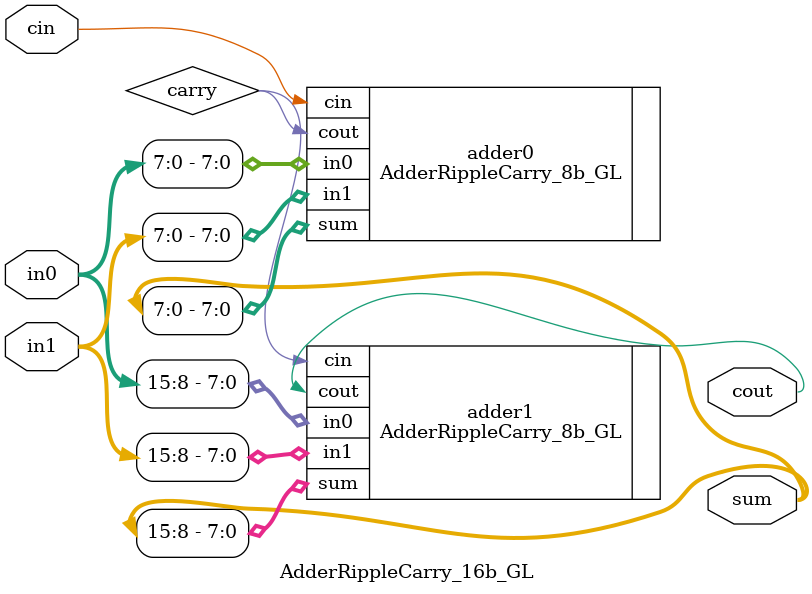
<source format=v>

`ifndef ADDER_RIPPLE_CARRY_16B_GL
`define ADDER_RIPPLE_CARRY_16B_GL

`include "ece2300/ece2300-misc.v"
`include "lab2/AdderRippleCarry_8b_GL.v"

module AdderRippleCarry_16b_GL
(
  (* keep=1 *) input  wire [15:0] in0,
  (* keep=1 *) input  wire [15:0] in1,
  (* keep=1 *) input  wire        cin,
  (* keep=1 *) output wire        cout,
  (* keep=1 *) output wire [15:0] sum
);

  wire carry; // carry signal from adder0 to adder1

  // AdderRippleCarry Instantiations
  // adder0: Least significant lower 8-bits
  AdderRippleCarry_8b_GL adder0 
  (
    .in0  ( in0[7:0] ),
    .in1  ( in1[7:0] ),
    .cin  ( cin      ),
    .cout ( carry    ),
    .sum  ( sum[7:0] )
  );

  // 2nd adder: uses carry from previous stage
  // adder0: Most significant upper 8-bits
  AdderRippleCarry_8b_GL adder1 
  (
    .in0  ( in0[15:8] ),
    .in1  ( in1[15:8] ),
    .cin  ( carry     ),
    .cout ( cout      ),
    .sum  ( sum[15:8] )
  );

endmodule

`endif /* ADDER_RIPPLE_CARRY_16B_GL */


</source>
